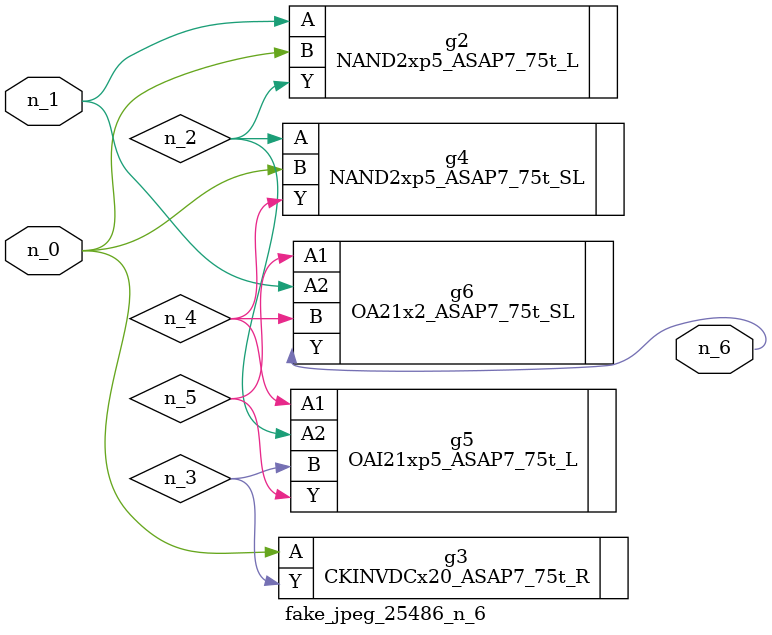
<source format=v>
module fake_jpeg_25486_n_6 (n_0, n_1, n_6);

input n_0;
input n_1;

output n_6;

wire n_3;
wire n_2;
wire n_4;
wire n_5;

NAND2xp5_ASAP7_75t_L g2 ( 
.A(n_1),
.B(n_0),
.Y(n_2)
);

CKINVDCx20_ASAP7_75t_R g3 ( 
.A(n_0),
.Y(n_3)
);

NAND2xp5_ASAP7_75t_SL g4 ( 
.A(n_2),
.B(n_0),
.Y(n_4)
);

OAI21xp5_ASAP7_75t_L g5 ( 
.A1(n_4),
.A2(n_2),
.B(n_3),
.Y(n_5)
);

OA21x2_ASAP7_75t_SL g6 ( 
.A1(n_5),
.A2(n_1),
.B(n_4),
.Y(n_6)
);


endmodule
</source>
